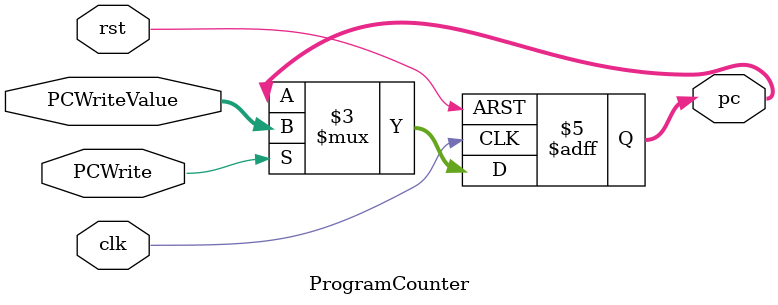
<source format=v>
module ProgramCounter(
    input wire clk,        // 클락 신호
    input wire rst,
    
    input wire [31:0] PCWriteValue,  // PC에 쓰여질 값
    input wire PCWrite,    // Control unit
    
    output reg [31:0] pc    // 현재 PC 값
);

    always @(posedge clk or posedge rst) begin
        if (rst == 1)
            pc <= 0;
    
        else if (PCWrite)  // PCwrite Control unit이 활성화되면
            pc <= PCWriteValue;  // 그 값으로 pc 덮어쓰기
    end

endmodule

</source>
